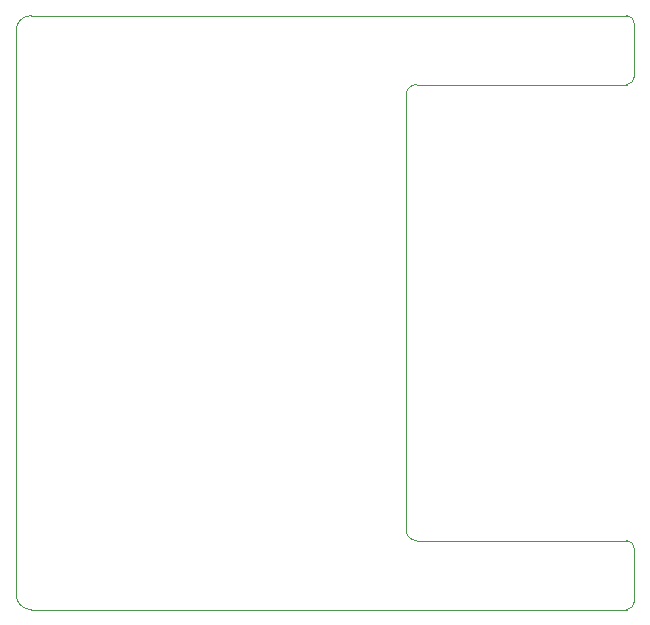
<source format=gbr>
%TF.GenerationSoftware,KiCad,Pcbnew,7.0.7*%
%TF.CreationDate,2023-10-29T23:24:32-05:00*%
%TF.ProjectId,1016 Breadboard Power Supply,31303136-2042-4726-9561-64626f617264,1*%
%TF.SameCoordinates,Original*%
%TF.FileFunction,Profile,NP*%
%FSLAX46Y46*%
G04 Gerber Fmt 4.6, Leading zero omitted, Abs format (unit mm)*
G04 Created by KiCad (PCBNEW 7.0.7) date 2023-10-29 23:24:32*
%MOMM*%
%LPD*%
G01*
G04 APERTURE LIST*
%TA.AperFunction,Profile*%
%ADD10C,0.100000*%
%TD*%
G04 APERTURE END LIST*
D10*
X48260000Y-120396000D02*
G75*
G03*
X49530000Y-121666000I1270000J0D01*
G01*
X100583998Y-116459000D02*
G75*
G03*
X99949000Y-115824000I-634998J2D01*
G01*
X81280002Y-114935000D02*
G75*
G03*
X82169000Y-115824000I888998J-2D01*
G01*
X99949000Y-121665998D02*
G75*
G03*
X100584000Y-121031000I2J634998D01*
G01*
X81280000Y-78105000D02*
X81280000Y-114935000D01*
X82169000Y-77216000D02*
G75*
G03*
X81280000Y-78105000I0J-889000D01*
G01*
X100584000Y-116459000D02*
X100584000Y-121031000D01*
X99949000Y-77216000D02*
G75*
G03*
X100584000Y-76581000I0J635000D01*
G01*
X82169000Y-115824000D02*
X99949000Y-115824000D01*
X100584000Y-72009000D02*
G75*
G03*
X99949000Y-71374000I-635000J0D01*
G01*
X99949000Y-77216000D02*
X82169000Y-77216000D01*
X99949000Y-121666000D02*
X49530000Y-121666000D01*
X49530000Y-71374000D02*
G75*
G03*
X48260000Y-72644000I0J-1270000D01*
G01*
X48260000Y-120396000D02*
X48260000Y-72644000D01*
X100584000Y-76581000D02*
X100584000Y-72009000D01*
X99949000Y-71374000D02*
X49530000Y-71374000D01*
M02*

</source>
